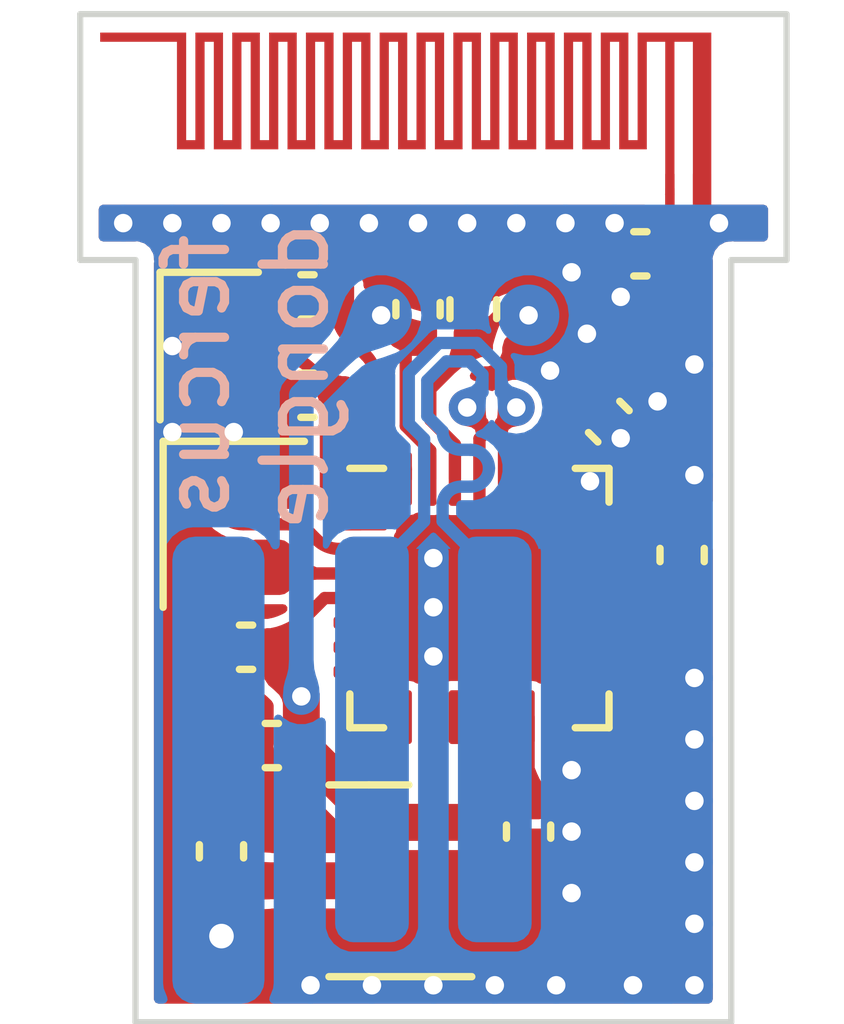
<source format=kicad_pcb>
(kicad_pcb (version 20240108) (generator "pcbnew") (generator_version "8.0")
  (layers (0 "F.Cu" signal) (31 "B.Cu" signal) (34 "B.Paste" user) (35 "F.Paste" user) (36 "B.SilkS" user "B.Silkscreen") (37 "F.SilkS" user "F.Silkscreen") (38 "B.Mask" user) (39 "F.Mask" user) (44 "Edge.Cuts" user))
  (net 0 "")
  (net 1 "ANT")
  (net 2 "OCSIN")
  (net 3 "OCSOUT")
  (net 9 "GND")
  (net 10 "/VINTA")
  (net 11 "BOOT0")
  (net 12 "Net-(AE1-A)")
  (net 13 "OCS32IN")
  (net 20 "+5V")
  (net 21 "+3.3V")
  (net 25 "OCS32OUT")
  (net 26 "usb1_P")
  (net 27 "usb1_N")
  (net 28 "usb2_P")
  (net 29 "usb2_N")
  (footprint "Capacitor_SMD:C_0402_1005Metric" (layer "F.Cu") (at 22.3 33.62 90)
    (property "Reference" "C9" (hide yes))
    (property "Value" "1uF")
    (fp_line (start -0.107836 -0.36) (end 0.107836 -0.36) (stroke (width 0.12)) (layer "F.SilkS"))
    (fp_line (start -0.107836 0.36) (end 0.107836 0.36) (stroke (width 0.12)) (layer "F.SilkS"))
    (pad "1" smd roundrect (at -0.48 0 90) (size 0.56 0.62) (layers "F.Cu" "F.Paste" "F.Mask") (net 20 "+5V"))
    (pad "2" smd roundrect (at 0.48 0 90) (size 0.56 0.62) (layers "F.Cu" "F.Paste" "F.Mask") (net 9 "GND"))
  )
  (footprint "chulaine:Crystal_SMD_2012-2Pin_2.0x1.2mm" (layer "F.Cu") (at 22.1 25.4 -90)
    (property "Reference" "Y2" (hide yes))
    (property "Value" "32.768kHz")
    (fp_line (start -1.2 0.8) (end 1.2 0.8) (stroke (width 0.12)) (layer "F.SilkS"))
    (fp_line (start -1.2 -0.8) (end -1.2 0.8) (stroke (width 0.12)) (layer "F.SilkS"))
    (pad "1" smd roundrect (at -0.7 0 270) (size 0.6 1.1) (layers "F.Cu" "F.Paste" "F.Mask") (net 13 "OCS32IN"))
    (pad "2" smd roundrect (at 0.7 0 270) (size 0.6 1.1) (layers "F.Cu" "F.Paste" "F.Mask") (net 25 "OCS32OUT"))
  )
  (footprint "Capacitor_SMD:C_0402_1005Metric" (layer "F.Cu") (at 23.12 31.9 180)
    (property "Reference" "C10" (hide yes))
    (property "Value" "1uF")
    (fp_line (start -0.107836 0.36) (end 0.107836 0.36) (stroke (width 0.12)) (layer "F.SilkS"))
    (fp_line (start -0.107836 -0.36) (end 0.107836 -0.36) (stroke (width 0.12)) (layer "F.SilkS"))
    (pad "1" smd roundrect (at -0.48 0 180) (size 0.56 0.62) (layers "F.Cu" "F.Paste" "F.Mask") (net 21 "+3.3V"))
    (pad "2" smd roundrect (at 0.48 0 180) (size 0.56 0.62) (layers "F.Cu" "F.Paste" "F.Mask") (net 9 "GND"))
  )
  (footprint "Resistor_SMD:R_0402_1005Metric" (layer "F.Cu") (at 26.4 24.8 90)
    (property "Reference" "R1" (hide yes))
    (property "Value" "10kR")
    (fp_line (start -0.153641 -0.38) (end 0.153641 -0.38) (stroke (width 0.12)) (layer "F.SilkS"))
    (fp_line (start -0.153641 0.38) (end 0.153641 0.38) (stroke (width 0.12)) (layer "F.SilkS"))
    (pad "1" smd roundrect (at -0.51 0 90) (size 0.54 0.64) (layers "F.Cu" "F.Paste" "F.Mask") (net 11 "BOOT0"))
    (pad "2" smd roundrect (at 0.51 0 90) (size 0.54 0.64) (layers "F.Cu" "F.Paste" "F.Mask") (net 9 "GND"))
  )
  (footprint "chulaine:ANT-F-1-2.4G-0.8MM-FR4-WCH_Left_Mask" (layer "F.Cu") (at 29.6 23.1)
    (property "Reference" "AE1" (hide yes))
    (property "Value" "Antenna_Shield" (hide yes))
    (fp_poly (pts (xy 0.675 0) (xy 0.375 0) (xy 0.375 -2.65) (xy 0.075 -2.65) (xy 0.075 0) (xy -0.075 0) (xy -0.075 -2.65) (xy -0.375 -2.65) (xy -0.375 -0.9) (xy -0.825 -0.9) (xy -0.825 -2.65) (xy -0.975 -2.65) (xy -0.975 -0.9) (xy -1.425 -0.9) (xy -1.425 -2.65) (xy -1.575 -2.65) (xy -1.575 -0.9) (xy -2.025 -0.9) (xy -2.025 -2.65) (xy -2.175 -2.65) (xy -2.175 -0.9) (xy -2.625 -0.9) (xy -2.625 -2.65) (xy -2.775 -2.65) (xy -2.775 -0.9) (xy -3.225 -0.9) (xy -3.225 -2.65) (xy -3.375 -2.65) (xy -3.375 -0.9) (xy -3.825 -0.9) (xy -3.825 -2.65) (xy -3.975 -2.65) (xy -3.975 -0.9) (xy -4.425 -0.9) (xy -4.425 -2.65) (xy -4.575 -2.65) (xy -4.575 -0.9) (xy -5.025 -0.9) (xy -5.025 -2.65) (xy -5.175 -2.65) (xy -5.175 -0.9) (xy -5.625 -0.9) (xy -5.625 -2.65) (xy -5.775 -2.65) (xy -5.775 -0.9) (xy -6.225 -0.9) (xy -6.225 -2.65) (xy -6.375 -2.65) (xy -6.375 -0.9) (xy -6.825 -0.9) (xy -6.825 -2.65) (xy -6.975 -2.65) (xy -6.975 -0.9) (xy -7.425 -0.9) (xy -7.425 -2.65) (xy -7.575 -2.65) (xy -7.575 -0.9) (xy -8.025 -0.9) (xy -8.025 -2.65) (xy -9.275 -2.65) (xy -9.275 -2.8) (xy -7.875 -2.8) (xy -7.875 -1.05) (xy -7.725 -1.05) (xy -7.725 -2.8) (xy -7.275 -2.8) (xy -7.275 -1.05) (xy -7.125 -1.05) (xy -7.125 -2.8) (xy -6.675 -2.8) (xy -6.675 -1.05) (xy -6.525 -1.05) (xy -6.525 -2.8) (xy -6.075 -2.8) (xy -6.075 -1.05) (xy -5.925 -1.05) (xy -5.925 -2.8) (xy -5.475 -2.8) (xy -5.475 -1.05) (xy -5.325 -1.05) (xy -5.325 -2.8) (xy -4.875 -2.8) (xy -4.875 -1.05) (xy -4.725 -1.05) (xy -4.725 -2.8) (xy -4.275 -2.8) (xy -4.275 -1.05) (xy -4.125 -1.05) (xy -4.125 -2.8) (xy -3.675 -2.8) (xy -3.675 -1.05) (xy -3.525 -1.05) (xy -3.525 -2.8) (xy -3.075 -2.8) (xy -3.075 -1.05) (xy -2.925 -1.05) (xy -2.925 -2.8) (xy -2.475 -2.8) (xy -2.475 -1.05) (xy -2.325 -1.05) (xy -2.325 -2.8) (xy -1.875 -2.8) (xy -1.875 -1.05) (xy -1.725 -1.05) (xy -1.725 -2.8) (xy -1.275 -2.8) (xy -1.275 -1.05) (xy -1.125 -1.05) (xy -1.125 -2.8) (xy -0.675 -2.8) (xy -0.675 -1.05) (xy -0.525 -1.05) (xy -0.525 -2.8) (xy 0.675 -2.8)) (fill solid) (layer "F.Cu"))
    (pad "1" smd rect (at 0 -0.25) (size 0.15 0.5) (layers "F.Cu") (net 12 "Net-(AE1-A)"))
    (pad "2" smd rect (at 0.525 -0.25) (size 0.3 0.5) (layers "F.Cu") (net 9 "GND"))
  )
  (footprint "Package_TO_SOT_SMD:SOT-23" (layer "F.Cu") (at 24.7 34.1 180)
    (property "Reference" "U2" (hide yes))
    (property "Value" "XC6206P332MR")
    (fp_line (start 0 1.56) (end 0.65 1.56) (stroke (width 0.12)) (layer "F.SilkS"))
    (fp_line (start 0 1.56) (end -0.65 1.56) (stroke (width 0.12)) (layer "F.SilkS"))
    (fp_line (start 0 -1.56) (end 0.65 -1.56) (stroke (width 0.12)) (layer "F.SilkS"))
    (fp_line (start 0 -1.56) (end -1.675 -1.56) (stroke (width 0.12)) (layer "F.SilkS"))
    (pad "1" smd roundrect (at -0.9375 -0.95 180) (size 1.475 0.6) (layers "F.Cu" "F.Paste" "F.Mask") (net 9 "GND"))
    (pad "2" smd roundrect (at -0.9375 0.95 180) (size 1.475 0.6) (layers "F.Cu" "F.Paste" "F.Mask") (net 21 "+3.3V"))
    (pad "3" smd roundrect (at 0.9375 0 180) (size 1.475 0.6) (layers "F.Cu" "F.Paste" "F.Mask") (net 20 "+5V"))
  )
  (footprint "Capacitor_SMD:C_0402_1005Metric" (layer "F.Cu") (at 23.7 26.2 180)
    (property "Reference" "C6" (hide yes))
    (property "Value" "12pF")
    (fp_line (start -0.107836 0.36) (end 0.107836 0.36) (stroke (width 0.12)) (layer "F.SilkS"))
    (fp_line (start -0.107836 -0.36) (end 0.107836 -0.36) (stroke (width 0.12)) (layer "F.SilkS"))
    (pad "1" smd roundrect (at -0.48 0 180) (size 0.56 0.62) (layers "F.Cu" "F.Paste" "F.Mask") (net 25 "OCS32OUT"))
    (pad "2" smd roundrect (at 0.48 0 180) (size 0.56 0.62) (layers "F.Cu" "F.Paste" "F.Mask") (net 9 "GND"))
  )
  (footprint "Capacitor_SMD:C_0402_1005Metric" (layer "F.Cu") (at 22.7 30.3 180)
    (property "Reference" "C1" (hide yes))
    (property "Value" "100nF")
    (fp_line (start -0.107836 0.36) (end 0.107836 0.36) (stroke (width 0.12)) (layer "F.SilkS"))
    (fp_line (start -0.107836 -0.36) (end 0.107836 -0.36) (stroke (width 0.12)) (layer "F.SilkS"))
    (pad "1" smd roundrect (at -0.48 0 180) (size 0.56 0.62) (layers "F.Cu" "F.Paste" "F.Mask") (net 21 "+3.3V"))
    (pad "2" smd roundrect (at 0.48 0 180) (size 0.56 0.62) (layers "F.Cu" "F.Paste" "F.Mask") (net 9 "GND"))
  )
  (footprint "Capacitor_SMD:C_0402_1005Metric" (layer "F.Cu") (at 29.12 23.9 180)
    (property "Reference" "C8" (hide yes))
    (property "Value" "1.8pF")
    (fp_line (start -0.107836 0.36) (end 0.107836 0.36) (stroke (width 0.12)) (layer "F.SilkS"))
    (fp_line (start -0.107836 -0.36) (end 0.107836 -0.36) (stroke (width 0.12)) (layer "F.SilkS"))
    (pad "1" smd roundrect (at -0.48 0 180) (size 0.56 0.62) (layers "F.Cu" "F.Paste" "F.Mask") (net 12 "Net-(AE1-A)"))
    (pad "2" smd roundrect (at 0.48 0 180) (size 0.56 0.62) (layers "F.Cu" "F.Paste" "F.Mask") (net 9 "GND"))
  )
  (footprint "Capacitor_SMD:C_0402_1005Metric" (layer "F.Cu") (at 27.3 33.3 -90)
    (property "Reference" "C2" (hide yes))
    (property "Value" "100nF")
    (fp_line (start -0.107836 0.36) (end 0.107836 0.36) (stroke (width 0.12)) (layer "F.SilkS"))
    (fp_line (start -0.107836 -0.36) (end 0.107836 -0.36) (stroke (width 0.12)) (layer "F.SilkS"))
    (pad "1" smd roundrect (at -0.48 0 270) (size 0.56 0.62) (layers "F.Cu" "F.Paste" "F.Mask") (net 21 "+3.3V"))
    (pad "2" smd roundrect (at 0.48 0 270) (size 0.56 0.62) (layers "F.Cu" "F.Paste" "F.Mask") (net 9 "GND"))
  )
  (footprint "Inductor_SMD:L_0402_1005Metric" (layer "F.Cu") (at 29.257053 25.3 45)
    (property "Reference" "L1" (hide yes))
    (property "Value" "1.8nH")
    (pad "1" smd roundrect (at -0.485 0 45) (size 0.59 0.6) (layers "F.Cu" "F.Paste" "F.Mask") (net 1 "ANT"))
    (pad "2" smd roundrect (at 0.485 0 45) (size 0.59 0.6) (layers "F.Cu" "F.Paste" "F.Mask") (roundrect_rratio 0.5) (net 12 "Net-(AE1-A)"))
  )
  (footprint "Capacitor_SMD:C_0402_1005Metric" (layer "F.Cu") (at 25.5 24.8 90)
    (property "Reference" "C3" (hide yes))
    (property "Value" "100nF")
    (fp_line (start -0.107836 -0.36) (end 0.107836 -0.36) (stroke (width 0.12)) (layer "F.SilkS"))
    (fp_line (start -0.107836 0.36) (end 0.107836 0.36) (stroke (width 0.12)) (layer "F.SilkS"))
    (pad "1" smd roundrect (at -0.48 0 90) (size 0.56 0.62) (layers "F.Cu" "F.Paste" "F.Mask") (net 21 "+3.3V"))
    (pad "2" smd roundrect (at 0.48 0 90) (size 0.56 0.62) (layers "F.Cu" "F.Paste" "F.Mask") (net 9 "GND"))
  )
  (footprint "Capacitor_SMD:C_0402_1005Metric" (layer "F.Cu") (at 28.606515 26.629361 -45)
    (property "Reference" "C7" (hide yes))
    (property "Value" "1.8pF")
    (fp_line (start -0.107836 0.36) (end 0.107836 0.36) (stroke (width 0.12)) (layer "F.SilkS"))
    (fp_line (start -0.107836 -0.36) (end 0.107836 -0.36) (stroke (width 0.12)) (layer "F.SilkS"))
    (pad "1" smd roundrect (at -0.48 0 315) (size 0.56 0.62) (layers "F.Cu" "F.Paste" "F.Mask") (net 1 "ANT"))
    (pad "2" smd roundrect (at 0.48 0 315) (size 0.56 0.62) (layers "F.Cu" "F.Paste" "F.Mask") (net 9 "GND"))
  )
  (footprint "Package_DFN_QFN:QFN-28-1EP_4x4mm_P0.4mm_EP2.6x2.6mm" (layer "F.Cu") (at 26.5 29.5)
    (property "Reference" "U1" (hide yes))
    (property "Value" "CH32V208GBU6")
    (fp_line (start -2.11 2.11) (end -2.11 1.56) (stroke (width 0.12)) (layer "F.SilkS"))
    (fp_line (start -1.56 -2.11) (end -2.11 -2.11) (stroke (width 0.12)) (layer "F.SilkS"))
    (fp_line (start -1.56 2.11) (end -2.11 2.11) (stroke (width 0.12)) (layer "F.SilkS"))
    (fp_line (start 1.56 -2.11) (end 2.11 -2.11) (stroke (width 0.12)) (layer "F.SilkS"))
    (fp_line (start 1.56 2.11) (end 2.11 2.11) (stroke (width 0.12)) (layer "F.SilkS"))
    (fp_line (start 2.11 -2.11) (end 2.11 -1.56) (stroke (width 0.12)) (layer "F.SilkS"))
    (fp_line (start 2.11 2.11) (end 2.11 1.56) (stroke (width 0.12)) (layer "F.SilkS"))
    (pad "1" smd roundrect (at -1.9375 -1.2) (size 0.875 0.2) (layers "F.Cu" "F.Paste" "F.Mask") (net 25 "OCS32OUT"))
    (pad "2" smd roundrect (at -1.9375 -0.8) (size 0.875 0.2) (layers "F.Cu" "F.Paste" "F.Mask") (net 2 "OCSIN"))
    (pad "3" smd roundrect (at -1.9375 -0.4) (size 0.875 0.2) (layers "F.Cu" "F.Paste" "F.Mask") (net 3 "OCSOUT"))
    (pad "4" smd roundrect (at -1.9375 0) (size 0.875 0.2) (layers "F.Cu" "F.Paste" "F.Mask") (net 21 "+3.3V"))
    (pad "5" smd roundrect (at -1.9375 0.4) (size 0.875 0.2) (layers "F.Cu" "F.Paste" "F.Mask"))
    (pad "6" smd roundrect (at -1.9375 0.8) (size 0.875 0.2) (layers "F.Cu" "F.Paste" "F.Mask"))
    (pad "7" smd roundrect (at -1.9375 1.2) (size 0.875 0.2) (layers "F.Cu" "F.Paste" "F.Mask"))
    (pad "8" smd roundrect (at -1.2 1.9375) (size 0.2 0.875) (layers "F.Cu" "F.Paste" "F.Mask"))
    (pad "9" smd roundrect (at -0.8 1.9375) (size 0.2 0.875) (layers "F.Cu" "F.Paste" "F.Mask"))
    (pad "10" smd roundrect (at -0.4 1.9375) (size 0.2 0.875) (layers "F.Cu" "F.Paste" "F.Mask"))
    (pad "11" smd roundrect (at 0 1.9375) (size 0.2 0.875) (layers "F.Cu" "F.Paste" "F.Mask"))
    (pad "12" smd roundrect (at 0.4 1.9375) (size 0.2 0.875) (layers "F.Cu" "F.Paste" "F.Mask"))
    (pad "13" smd roundrect (at 0.8 1.9375) (size 0.2 0.875) (layers "F.Cu" "F.Paste" "F.Mask") (net 21 "+3.3V"))
    (pad "14" smd roundrect (at 1.2 1.9375) (size 0.2 0.875) (layers "F.Cu" "F.Paste" "F.Mask"))
    (pad "15" smd roundrect (at 1.9375 1.2) (size 0.875 0.2) (layers "F.Cu" "F.Paste" "F.Mask"))
    (pad "16" smd roundrect (at 1.9375 0.8) (size 0.875 0.2) (layers "F.Cu" "F.Paste" "F.Mask"))
    (pad "17" smd roundrect (at 1.9375 0.4) (size 0.875 0.2) (layers "F.Cu" "F.Paste" "F.Mask"))
    (pad "18" smd roundrect (at 1.9375 0) (size 0.875 0.2) (layers "F.Cu" "F.Paste" "F.Mask") (net 27 "usb1_N"))
    (pad "19" smd roundrect (at 1.9375 -0.4) (size 0.875 0.2) (layers "F.Cu" "F.Paste" "F.Mask") (net 26 "usb1_P"))
    (pad "20" smd roundrect (at 1.9375 -0.8) (size 0.875 0.2) (layers "F.Cu" "F.Paste" "F.Mask"))
    (pad "21" smd roundrect (at 1.9375 -1.2) (size 0.875 0.2) (layers "F.Cu" "F.Paste" "F.Mask") (net 10 "/VINTA"))
    (pad "22" smd roundrect (at 1.2 -1.9375) (size 0.2 0.875) (layers "F.Cu" "F.Paste" "F.Mask") (net 1 "ANT"))
    (pad "23" smd roundrect (at 0.8 -1.9375) (size 0.2 0.875) (layers "F.Cu" "F.Paste" "F.Mask"))
    (pad "24" smd roundrect (at 0.4 -1.9375) (size 0.2 0.875) (layers "F.Cu" "F.Paste" "F.Mask") (net 29 "usb2_N"))
    (pad "25" smd roundrect (at 0 -1.9375) (size 0.2 0.875) (layers "F.Cu" "F.Paste" "F.Mask") (net 28 "usb2_P"))
    (pad "26" smd roundrect (at -0.4 -1.9375) (size 0.2 0.875) (layers "F.Cu" "F.Paste" "F.Mask") (net 11 "BOOT0"))
    (pad "27" smd roundrect (at -0.8 -1.9375) (size 0.2 0.875) (layers "F.Cu" "F.Paste" "F.Mask") (net 21 "+3.3V"))
    (pad "28" smd roundrect (at -1.2 -1.9375) (size 0.2 0.875) (layers "F.Cu" "F.Paste" "F.Mask") (net 13 "OCS32IN"))
    (pad "29" smd rect (at 0 0) (size 2.6 2.6) (layers "F.Cu" "F.Mask") (net 9 "GND"))
  )
  (footprint "chulaine:Crystal_SMD_2016-4Pin_2.0x1.6mm" (layer "F.Cu") (at 22.5 28.3 -90)
    (property "Reference" "Y1" (hide yes))
    (property "Value" "32MHz")
    (fp_line (start -1.35 1.15) (end 1.35 1.15) (stroke (width 0.12)) (layer "F.SilkS"))
    (fp_line (start -1.35 -1.15) (end -1.35 1.15) (stroke (width 0.12)) (layer "F.SilkS"))
    (pad "1" smd roundrect (at -0.7 0.55 270) (size 0.9 0.8) (layers "F.Cu" "F.Paste" "F.Mask") (net 2 "OCSIN"))
    (pad "2" smd roundrect (at 0.7 0.55 270) (size 0.9 0.8) (layers "F.Cu" "F.Paste" "F.Mask") (net 9 "GND"))
    (pad "3" smd roundrect (at 0.7 -0.55 270) (size 0.9 0.8) (layers "F.Cu" "F.Paste" "F.Mask") (net 3 "OCSOUT"))
    (pad "4" smd roundrect (at -0.7 -0.55 270) (size 0.9 0.8) (layers "F.Cu" "F.Paste" "F.Mask") (net 9 "GND"))
  )
  (footprint "Capacitor_SMD:C_0402_1005Metric" (layer "F.Cu") (at 29.8 28.8 -90)
    (property "Reference" "C4" (hide yes))
    (property "Value" "1uF")
    (fp_line (start -0.107836 0.36) (end 0.107836 0.36) (stroke (width 0.12)) (layer "F.SilkS"))
    (fp_line (start -0.107836 -0.36) (end 0.107836 -0.36) (stroke (width 0.12)) (layer "F.SilkS"))
    (pad "1" smd roundrect (at -0.48 0 270) (size 0.56 0.62) (layers "F.Cu" "F.Paste" "F.Mask") (net 10 "/VINTA"))
    (pad "2" smd roundrect (at 0.48 0 270) (size 0.56 0.62) (layers "F.Cu" "F.Paste" "F.Mask") (net 9 "GND"))
  )
  (footprint "Capacitor_SMD:C_0402_1005Metric" (layer "F.Cu") (at 23.7 24.6 180)
    (property "Reference" "C5" (hide yes))
    (property "Value" "12pF")
    (fp_line (start -0.107836 0.36) (end 0.107836 0.36) (stroke (width 0.12)) (layer "F.SilkS"))
    (fp_line (start -0.107836 -0.36) (end 0.107836 -0.36) (stroke (width 0.12)) (layer "F.SilkS"))
    (pad "1" smd roundrect (at -0.48 0 180) (size 0.56 0.62) (layers "F.Cu" "F.Paste" "F.Mask") (net 13 "OCS32IN"))
    (pad "2" smd roundrect (at 0.48 0 180) (size 0.56 0.62) (layers "F.Cu" "F.Paste" "F.Mask") (net 9 "GND"))
  )
  (footprint "chulaine:USBAM-4P" (layer "B.Cu") (at 25.75 29.1 180)
    (property "Reference" "J1" (hide yes))
    (property "Value" "USB_A" (hide yes))
    (pad "1" smd roundrect (at 3.5 -3.2) (size 1.5 7.6) (layers "B.Cu" "B.Mask") (net 20 "+5V"))
    (pad "2" smd roundrect (at 1 -2.7) (size 1.2 6.6) (layers "B.Cu" "B.Mask") (net 29 "usb2_N"))
    (pad "3" smd roundrect (at -1 -2.7) (size 1.2 6.6) (layers "B.Cu" "B.Mask") (net 28 "usb2_P"))
    (pad "4" smd roundrect (at -3.5 -3.2) (size 1.5 7.6) (layers "B.Cu" "B.Mask") (net 9 "GND"))
  )
  (footprint "TestPoint:TestPoint_Pad_D1.0mm" (layer "B.Cu") (at 24.9 24.9 180)
    (property "Reference" "TP1" (hide yes))
    (property "Value" "TestPoint")
    (pad "1" smd circle (at 0 0 180) (size 1 1) (layers "B.Cu" "B.Mask") (net 21 "+3.3V"))
  )
  (footprint "TestPoint:TestPoint_Pad_D1.0mm" (layer "B.Cu") (at 27.3 24.9 180)
    (property "Reference" "TP2" (hide yes))
    (property "Value" "TestPoint")
    (pad "1" smd circle (at 0 0 180) (size 1 1) (layers "B.Cu" "B.Mask") (net 11 "BOOT0"))
  )
  (gr_poly (pts (xy 27.8 27.6) (xy 27.845309 27.4) (xy 27.9 27.2) (xy 27.95 27.1) (xy 28.048333 26.92) (xy 28.143332 26.805691) (xy 28.029234 26.52782) (xy 27.751363 26.413722) (xy 27.71 26.498719) (xy 27.67 26.59) (xy 27.64 26.68) (xy 27.62 26.76) (xy 27.6 26.84) (xy 27.6 27.3)) (fill solid) (layer "F.Cu") (net 1))
  (gr_poly (pts (xy 29.688834 23.142657) (xy 29.72459 23.200462) (xy 29.773645 23.245458) (xy 29.827377 23.299688) (xy 29.877164 23.385195) (xy 29.6 23.501) (xy 29.322836 23.385195) (xy 29.372621 23.299688) (xy 29.426353 23.245458) (xy 29.475408 23.200462) (xy 29.511165 23.142657) (xy 29.525 23.1) (xy 29.675 23.1)) (fill solid) (layer "F.Cu") (net 12))
  (gr_line (start 31.5 24) (end 31.5 20) (stroke (width 0.1)) (layer "Edge.Cuts"))
  (gr_line (start 20 24) (end 20 20) (stroke (width 0.1)) (layer "Edge.Cuts"))
  (gr_line (start 20.9 36.4) (end 20.9 24) (stroke (width 0.1)) (layer "Edge.Cuts"))
  (gr_line (start 20 24) (end 20.9 24) (stroke (width 0.1)) (layer "Edge.Cuts"))
  (gr_line (start 30.6 24) (end 31.5 24) (stroke (width 0.1)) (layer "Edge.Cuts"))
  (gr_line (start 30.6 36.4) (end 30.6 24) (stroke (width 0.1)) (layer "Edge.Cuts"))
  (gr_line (start 20 20) (end 31.5 20) (stroke (width 0.1)) (layer "Edge.Cuts"))
  (gr_line (start 20.9 36.4) (end 30.6 36.4) (stroke (width 0.1)) (layer "Edge.Cuts"))
  (gr_text "fercus\ndongle" (at 22.7 25.9 90) (layer "B.SilkS") (effects (font (size 1 1)) (justify mirror)))
  (segment (start 28.028527 26.528527) (end 27.7 26.857054) (width 0.2) (layer "F.Cu") (net 1))
  (segment (start 27.7 26.857054) (end 27.7 27.5625) (width 0.2) (layer "F.Cu") (net 1))
  (segment (start 28.267104 26.28995) (end 28.028527 26.528527) (width 0.6) (layer "F.Cu") (net 1))
  (segment (start 28.914106 25.642947) (end 28.267104 26.289949) (width 0.6) (layer "F.Cu") (net 1))
  (segment (start 28.267104 26.289949) (end 28.267104 26.28995) (width 0.6) (layer "F.Cu") (net 1))
  (segment (start 23.853553 28.553553) (end 23.746446 28.446446) (width 0.2) (layer "F.Cu") (net 2))
  (segment (start 22.303553 28.153553) (end 21.75 27.6) (width 0.2) (layer "F.Cu") (net 2))
  (segment (start 24.5625 28.7) (end 24.207107 28.7) (width 0.2) (layer "F.Cu") (net 2))
  (segment (start 23.392893 28.3) (end 22.657107 28.3) (width 0.2) (layer "F.Cu") (net 2))
  (arc (start 24.207107 28.7) (mid 24.015765 28.66194) (end 23.853553 28.553553) (width 0.2) (layer "F.Cu") (net 2))
  (arc (start 23.746446 28.446446) (mid 23.584234 28.33806) (end 23.392893 28.3) (width 0.2) (layer "F.Cu") (net 2))
  (arc (start 22.303553 28.153553) (mid 22.465765 28.26194) (end 22.657107 28.3) (width 0.2) (layer "F.Cu") (net 2))
  (segment (start 24.5625 29.1) (end 23.15 29.1) (width 0.2) (layer "F.Cu") (net 3))
  (segment (start 23.15 29.1) (end 23.05 29) (width 0.2) (layer "F.Cu") (net 3))
  (via (at 30 34.8) (size 0.6) (drill 0.3) (layers "F.Cu" "B.Cu") (net 9))
  (via (at 30 32.8) (size 0.6) (drill 0.3) (layers "F.Cu" "B.Cu") (net 9))
  (via (at 30 31.8) (size 0.6) (drill 0.3) (layers "F.Cu" "B.Cu") (net 9))
  (via (at 27.9 23.4) (size 0.6) (drill 0.3) (layers "F.Cu" "B.Cu") (net 9))
  (via (at 28.7 23.4) (size 0.6) (drill 0.3) (layers "F.Cu" "B.Cu") (net 9))
  (via (at 21.5 25.4) (size 0.5) (drill 0.3) (layers "F.Cu" "B.Cu") (net 9))
  (via (at 25.75 29.65) (size 0.5) (drill 0.3) (layers "F.Cu" "B.Cu") (net 9))
  (via (at 25.75 30.45) (size 0.5) (drill 0.3) (layers "F.Cu" "B.Cu") (net 9))
  (via (at 23.9 23.4) (size 0.6) (drill 0.3) (layers "F.Cu" "B.Cu") (net 9))
  (via (at 27.75 35.8) (size 0.6) (drill 0.3) (layers "F.Cu" "B.Cu") (net 9))
  (via (at 27.65 25.8) (size 0.6) (drill 0.3) (layers "F.Cu" "B.Cu") (net 9))
  (via (at 24.75 35.8) (size 0.6) (drill 0.3) (layers "F.Cu" "B.Cu") (net 9))
  (via (at 23.75 35.8) (size 0.6) (drill 0.3) (layers "F.Cu" "B.Cu") (net 9))
  (via (at 25.5 23.4) (size 0.6) (drill 0.3) (layers "F.Cu" "B.Cu") (net 9))
  (via (at 30 33.8) (size 0.6) (drill 0.3) (layers "F.Cu" "B.Cu") (net 9))
  (via (at 28.25 25.2) (size 0.6) (drill 0.3) (layers "F.Cu" "B.Cu") (net 9))
  (via (at 30 27.5) (size 0.6) (drill 0.3) (layers "F.Cu" "B.Cu") (net 9))
  (via (at 28 34.3) (size 0.6) (drill 0.3) (layers "F.Cu" "B.Cu") (net 9))
  (via (at 28.8 24.6) (size 0.6) (drill 0.3) (layers "F.Cu" "B.Cu") (net 9))
  (via (at 21.5 26.8) (size 0.5) (drill 0.3) (layers "F.Cu" "B.Cu") (net 9))
  (via (at 29 35.8) (size 0.6) (drill 0.3) (layers "F.Cu" "B.Cu") (net 9))
  (via (at 30 25.7) (size 0.6) (drill 0.3) (layers "F.Cu" "B.Cu") (net 9))
  (via (at 26.3 23.4) (size 0.6) (drill 0.3) (layers "F.Cu" "B.Cu") (net 9))
  (via (at 30.4 23.4) (size 0.6) (drill 0.3) (layers "F.Cu" "B.Cu") (net 9))
  (via (at 29.4 26.3) (size 0.6) (drill 0.3) (layers "F.Cu" "B.Cu") (net 9))
  (via (at 28.3 27.6) (size 0.6) (drill 0.3) (layers "F.Cu" "B.Cu") (net 9))
  (via (at 28 24.2) (size 0.6) (drill 0.3) (layers "F.Cu" "B.Cu") (net 9))
  (via (at 24.7 23.4) (size 0.6) (drill 0.3) (layers "F.Cu" "B.Cu") (net 9))
  (via (at 30 35.8) (size 0.6) (drill 0.3) (layers "F.Cu" "B.Cu") (net 9))
  (via (at 22.3 23.4) (size 0.6) (drill 0.3) (layers "F.Cu" "B.Cu") (net 9))
  (via (at 26.75 35.8) (size 0.6) (drill 0.3) (layers "F.Cu" "B.Cu") (net 9))
  (via (at 23.1 23.4) (size 0.6) (drill 0.3) (layers "F.Cu" "B.Cu") (net 9))
  (via (at 27.1 23.4) (size 0.6) (drill 0.3) (layers "F.Cu" "B.Cu") (net 9))
  (via (at 22.5 26.8) (size 0.5) (drill 0.3) (layers "F.Cu" "B.Cu") (net 9))
  (via (at 20.7 23.4) (size 0.6) (drill 0.3) (layers "F.Cu" "B.Cu") (net 9))
  (via (at 25.75 28.85) (size 0.5) (drill 0.3) (layers "F.Cu" "B.Cu") (net 9))
  (via (at 25.75 35.8) (size 0.6) (drill 0.3) (layers "F.Cu" "B.Cu") (net 9))
  (via (at 28 33.3) (size 0.6) (drill 0.3) (layers "F.Cu" "B.Cu") (net 9))
  (via (at 21.5 23.4) (size 0.6) (drill 0.3) (layers "F.Cu" "B.Cu") (net 9))
  (via (at 28.8 26.9) (size 0.6) (drill 0.3) (layers "F.Cu" "B.Cu") (net 9))
  (via (at 28 32.3) (size 0.6) (drill 0.3) (layers "F.Cu" "B.Cu") (net 9))
  (via (at 30 30.8) (size 0.6) (drill 0.3) (layers "F.Cu" "B.Cu") (net 9))
  (segment (start 28.4375 28.3) (end 29.78 28.3) (width 0.2) (layer "F.Cu") (net 10))
  (segment (start 29.78 28.3) (end 29.8 28.32) (width 0.2) (layer "F.Cu") (net 10))
  (segment (start 26.1 27) (end 25.7 26.6) (width 0.2) (layer "F.Cu") (net 11))
  (segment (start 26.1 27.5625) (end 26.1 27) (width 0.2) (layer "F.Cu") (net 11))
  (segment (start 27.3 24.9) (end 26.81 24.9) (width 0.2) (layer "F.Cu") (net 11))
  (segment (start 25.7 26.6) (end 25.7 26.1) (width 0.2) (layer "F.Cu") (net 11))
  (segment (start 26.4 25.4) (end 26.4 25.31) (width 0.2) (layer "F.Cu") (net 11))
  (segment (start 26.81 24.9) (end 26.4 25.31) (width 0.2) (layer "F.Cu") (net 11))
  (segment (start 25.7 26.1) (end 26.4 25.4) (width 0.2) (layer "F.Cu") (net 11))
  (via (at 27.3 24.9) (size 0.6) (drill 0.3) (layers "F.Cu" "B.Cu") (net 11))
  (segment (start 29.6 23.5) (end 29.6 23.951) (width 0.6) (layer "F.Cu") (net 12))
  (segment (start 29.6 23.9) (end 29.6 24.957053) (width 0.6) (layer "F.Cu") (net 12))
  (segment (start 29.6 22.85) (end 29.6 23.5) (width 0.15) (layer "F.Cu") (net 12))
  (segment (start 29.6 23.5) (end 29.6 23.9) (width 0.2) (layer "F.Cu") (net 12))
  (segment (start 24.2 24.62) (end 24.2 24.892893) (width 0.2) (layer "F.Cu") (net 13))
  (segment (start 24.18 24.6) (end 24.2 24.62) (width 0.2) (layer "F.Cu") (net 13))
  (segment (start 24.8 25.907107) (end 24.8 26.492893) (width 0.2) (layer "F.Cu") (net 13))
  (segment (start 22.1 24.7) (end 22.413554 25.013554) (width 0.2) (layer "F.Cu") (net 13))
  (segment (start 23.766447 25.013553) (end 23.935922 24.844078) (width 0.2) (layer "F.Cu") (net 13))
  (segment (start 23.935922 24.844078) (end 24.18 24.6) (width 0.2) (layer "F.Cu") (net 13))
  (segment (start 22.767107 25.16) (end 23.412893 25.16) (width 0.2) (layer "F.Cu") (net 13))
  (segment (start 25.3 27.407107) (end 25.3 27.5625) (width 0.2) (layer "F.Cu") (net 13))
  (segment (start 24.346447 25.246447) (end 24.653554 25.553554) (width 0.2) (layer "F.Cu") (net 13))
  (segment (start 24.946447 26.846447) (end 25.153554 27.053554) (width 0.2) (layer "F.Cu") (net 13))
  (arc (start 22.413554 25.013554) (mid 22.575766 25.12194) (end 22.767107 25.16) (width 0.2) (layer "F.Cu") (net 13))
  (arc (start 24.8 26.492893) (mid 24.83806 26.684235) (end 24.946447 26.846447) (width 0.2) (layer "F.Cu") (net 13))
  (arc (start 23.412893 25.16) (mid 23.604235 25.12194) (end 23.766447 25.013553) (width 0.2) (layer "F.Cu") (net 13))
  (arc (start 25.153554 27.053554) (mid 25.26194 27.215766) (end 25.3 27.407107) (width 0.2) (layer "F.Cu") (net 13))
  (arc (start 24.2 24.892893) (mid 24.23806 25.084235) (end 24.346447 25.246447) (width 0.2) (layer "F.Cu") (net 13))
  (arc (start 24.653554 25.553554) (mid 24.76194 25.715766) (end 24.8 25.907107) (width 0.2) (layer "F.Cu") (net 13))
  (segment (start 23.7625 34.1) (end 22.3 34.1) (width 0.6) (layer "F.Cu") (net 20))
  (segment (start 22.3 34.1) (end 22.3 35) (width 0.8) (layer "F.Cu") (net 20))
  (via (at 22.3 35) (size 0.8) (drill 0.4) (layers "F.Cu" "B.Cu") (net 20))
  (segment (start 25.7 27.5625) (end 25.7 27.1) (width 0.2) (layer "F.Cu") (net 21))
  (segment (start 23.58 31.1) (end 23.6 31.1) (width 0.6) (layer "F.Cu") (net 21))
  (segment (start 25.7 27.1) (end 25.3 26.7) (width 0.2) (layer "F.Cu") (net 21))
  (segment (start 23.6 31.1) (end 23.18 30.68) (width 0.4) (layer "F.Cu") (net 21))
  (segment (start 24.85 33.15) (end 23.6 31.9) (width 0.6) (layer "F.Cu") (net 21))
  (segment (start 23.6 31.1) (end 23.6 31.9) (width 0.6) (layer "F.Cu") (net 21))
  (segment (start 25.6375 33.15) (end 26.6 33.15) (width 0.4) (layer "F.Cu") (net 21))
  (segment (start 25.3 26.7) (end 25.3 25.48) (width 0.2) (layer "F.Cu") (net 21))
  (segment (start 25.3 25.48) (end 25.5 25.28) (width 0.2) (layer "F.Cu") (net 21))
  (segment (start 23.18 30.68) (end 23.18 30.3) (width 0.4) (layer "F.Cu") (net 21))
  (segment (start 25.28 25.28) (end 25.5 25.28) (width 0.4) (layer "F.Cu") (net 21))
  (segment (start 27.3 32.82) (end 27.3 31.4375) (width 0.2) (layer "F.Cu") (net 21))
  (segment (start 26.93 32.82) (end 26.6 33.15) (width 0.4) (layer "F.Cu") (net 21))
  (segment (start 25.6375 33.15) (end 24.85 33.15) (width 0.6) (layer "F.Cu") (net 21))
  (segment (start 27.3 32.82) (end 26.93 32.82) (width 0.4) (layer "F.Cu") (net 21))
  (segment (start 24.9 24.9) (end 25.28 25.28) (width 0.4) (layer "F.Cu") (net 21))
  (segment (start 24.5625 29.5) (end 23.98 29.5) (width 0.2) (layer "F.Cu") (net 21))
  (segment (start 23.98 29.5) (end 23.18 30.3) (width 0.2) (layer "F.Cu") (net 21))
  (via (at 24.9 24.9) (size 0.6) (drill 0.3) (layers "F.Cu" "B.Cu") (net 21))
  (via (at 23.6 31.1) (size 0.6) (drill 0.3) (layers "F.Cu" "B.Cu") (net 21))
  (segment (start 23.6 26.2) (end 23.6 31.1) (width 0.4) (layer "B.Cu") (net 21))
  (segment (start 24.9 24.9) (end 23.6 26.2) (width 0.4) (layer "B.Cu") (net 21))
  (segment (start 23.353236 25.6) (end 22.807107 25.6) (width 0.2) (layer "F.Cu") (net 25))
  (segment (start 24.18 26.2) (end 23.726447 25.746447) (width 0.2) (layer "F.Cu") (net 25))
  (segment (start 24.5625 28.3) (end 24.2 28.3) (width 0.2) (layer "F.Cu") (net 25))
  (segment (start 24 27.892893) (end 24 26.9) (width 0.2) (layer "F.Cu") (net 25))
  (segment (start 23.372893 25.6) (end 23.353236 25.6) (width 0.2) (layer "F.Cu") (net 25))
  (segment (start 22.453554 25.746446) (end 22.1 26.1) (width 0.2) (layer "F.Cu") (net 25))
  (segment (start 24.146447 26.233553) (end 24.18 26.2) (width 0.2) (layer "F.Cu") (net 25))
  (segment (start 24.2 28.3) (end 24.146446 28.246446) (width 0.2) (layer "F.Cu") (net 25))
  (segment (start 24 26.9) (end 24 26.587107) (width 0.2) (layer "F.Cu") (net 25))
  (arc (start 23.726447 25.746447) (mid 23.564235 25.63806) (end 23.372893 25.6) (width 0.2) (layer "F.Cu") (net 25))
  (arc (start 24.146446 28.246446) (mid 24.03806 28.084234) (end 24 27.892893) (width 0.2) (layer "F.Cu") (net 25))
  (arc (start 22.807107 25.6) (mid 22.615766 25.63806) (end 22.453554 25.746446) (width 0.2) (layer "F.Cu") (net 25))
  (arc (start 24 26.587107) (mid 24.038058 26.395763) (end 24.146447 26.233553) (width 0.2) (layer "F.Cu") (net 25))
  (segment (start 26.55 26.856249) (end 26.549999 26.649999) (width 0.2) (layer "F.Cu") (net 28))
  (segment (start 26.5 26.906249) (end 26.55 26.856249) (width 0.2) (layer "F.Cu") (net 28))
  (segment (start 26.5 27.5625) (end 26.5 26.906249) (width 0.2) (layer "F.Cu") (net 28))
  (segment (start 26.549999 26.649999) (end 26.3 26.4) (width 0.2) (layer "F.Cu") (net 28))
  (via (at 26.3 26.4) (size 0.6) (drill 0.3) (layers "F.Cu" "B.Cu") (net 28))
  (segment (start 25.65 25.962134) (end 25.65 26.537866) (width 0.2) (layer "B.Cu") (net 28))
  (segment (start 25.9 27.987866) (end 25.9 28.179749) (width 0.2) (layer "B.Cu") (net 28))
  (segment (start 26.75 29.1) (end 26.75 31.8) (width 0.2) (layer "B.Cu") (net 28))
  (segment (start 26.337866 25.65) (end 25.962134 25.65) (width 0.2) (layer "B.Cu") (net 28))
  (segment (start 25.65 26.537866) (end 25.9 26.787866) (width 0.2) (layer "B.Cu") (net 28))
  (segment (start 26.35454 27.687866) (end 26.2 27.687866) (width 0.2) (layer "B.Cu") (net 28))
  (segment (start 26.55 25.862134) (end 26.337866 25.65) (width 0.2) (layer "B.Cu") (net 28))
  (segment (start 25.962134 25.65) (end 25.65 25.962134) (width 0.2) (layer "B.Cu") (net 28))
  (segment (start 26.2 27.087866) (end 26.35454 27.087866) (width 0.2) (layer "B.Cu") (net 28))
  (segment (start 25.9 28.179749) (end 25.9 28.25) (width 0.2) (layer "B.Cu") (net 28))
  (segment (start 26.3 26.4) (end 26.55 26.15) (width 0.2) (layer "B.Cu") (net 28))
  (segment (start 25.9 28.25) (end 26.75 29.1) (width 0.2) (layer "B.Cu") (net 28))
  (segment (start 26.55 26.15) (end 26.55 25.862134) (width 0.2) (layer "B.Cu") (net 28))
  (arc (start 26.2 27.687866) (mid 25.987868 27.775734) (end 25.9 27.987866) (width 0.2) (layer "B.Cu") (net 28))
  (arc (start 25.9 26.787866) (mid 25.987868 26.999998) (end 26.2 27.087866) (width 0.2) (layer "B.Cu") (net 28))
  (arc (start 26.35454 27.087866) (mid 26.566672 27.175734) (end 26.65454 27.387866) (width 0.2) (layer "B.Cu") (net 28))
  (arc (start 26.65454 27.387866) (mid 26.566672 27.599998) (end 26.35454 27.687866) (width 0.2) (layer "B.Cu") (net 28))
  (segment (start 26.850001 26.649999) (end 27.1 26.4) (width 0.2) (layer "F.Cu") (net 29))
  (segment (start 26.9 27.5625) (end 26.9 26.906249) (width 0.2) (layer "F.Cu") (net 29))
  (segment (start 26.85 26.856249) (end 26.850001 26.649999) (width 0.2) (layer "F.Cu") (net 29))
  (segment (start 26.9 26.906249) (end 26.85 26.856249) (width 0.2) (layer "F.Cu") (net 29))
  (via (at 27.1 26.4) (size 0.6) (drill 0.3) (layers "F.Cu" "B.Cu") (net 29))
  (segment (start 25.35 26.662134) (end 25.6 26.912134) (width 0.2) (layer "B.Cu") (net 29))
  (segment (start 25.35 25.837866) (end 25.35 26.662134) (width 0.2) (layer "B.Cu") (net 29))
  (segment (start 26.462134 25.35) (end 25.837866 25.35) (width 0.2) (layer "B.Cu") (net 29))
  (segment (start 24.75 29.1) (end 24.75 31.8) (width 0.2) (layer "B.Cu") (net 29))
  (segment (start 26.85 25.737866) (end 26.462134 25.35) (width 0.2) (layer "B.Cu") (net 29))
  (segment (start 25.837866 25.35) (end 25.35 25.837866) (width 0.2) (layer "B.Cu") (net 29))
  (segment (start 26.85 26.15) (end 26.85 25.737866) (width 0.2) (layer "B.Cu") (net 29))
  (segment (start 25.6 28.25) (end 24.75 29.1) (width 0.2) (layer "B.Cu") (net 29))
  (segment (start 25.6 26.912134) (end 25.6 28.25) (width 0.2) (layer "B.Cu") (net 29))
  (segment (start 27.1 26.4) (end 26.85 26.15) (width 0.2) (layer "B.Cu") (net 29))
  (zone (net 0) (net_name "") (layer "F.Cu") (connect_pads yes (clearance 0)) (min_thickness 0.1)
    (keepout (tracks allowed) (vias allowed) (pads allowed) (copperpour not_allowed) (footprints allowed))
    (fill (thermal_gap 0.25) (thermal_bridge_width 0.5))
    (polygon (pts (xy 29.292409 24.628249) (xy 29.928805 25.264645) (xy 29.274731 25.918718) (xy 28.638335 25.282322)))
  )
  (zone (net 9) (net_name "GND") (layers "F&B.Cu") (connect_pads yes (clearance 0.15)) (min_thickness 0.15) (fill yes (thermal_gap 0.25) (thermal_bridge_width 0.5))
    (polygon (pts (xy 31.5 20) (xy 31.5 24) (xy 30.6 24) (xy 30.6 36.4) (xy 20.9 36.4) (xy 20.9 24) (xy 20 24) (xy 20 20)))
  )
  (zone (net 0) (net_name "") (layers "F&B.Cu" "Edge.Cuts") (connect_pads (clearance 0)) (min_thickness 0.25)
    (keepout (tracks allowed) (vias allowed) (pads allowed) (copperpour not_allowed) (footprints allowed))
    (fill (thermal_gap 0.5) (thermal_bridge_width 0.5))
    (polygon (pts (xy 20 20) (xy 31.5 20) (xy 31.5 23.1) (xy 20 23.1)))
  )
  (zone (net 9) (net_name "GND") (layer "B.Cu") (connect_pads yes (clearance 0.12)) (min_thickness 0.1) (fill yes (thermal_gap 0.25) (thermal_bridge_width 0.5) (smoothing fillet) (radius 0.2))
    (polygon (pts (xy 23.9 25) (xy 27.6 25) (xy 27.6 28.7) (xy 23.9 28.7)))
  )
)
</source>
